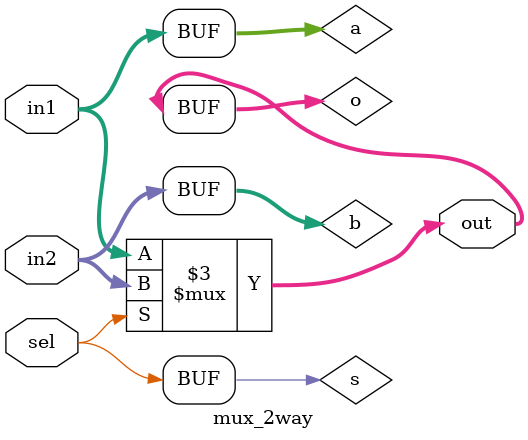
<source format=v>
`timescale 1ns / 1ps


module mux_2way #(
    parameter BIT_WIDTH = 8
)
(
    input   [BIT_WIDTH-1 : 0]   in1,
    input   [BIT_WIDTH-1 : 0]   in2,
    input                       sel,
    output  [BIT_WIDTH-1 : 0]   out
);
    
    // internal wiring and registers
    wire    [BIT_WIDTH-1 : 0]   a, b;
    wire                        s;
    reg     [BIT_WIDTH-1 : 0]   o;
    
    assign a    = in1;
    assign b    = in2;
    assign s    = sel;
    assign out  = o;
    
    // RTL design of combinational MUX
    always @(a, b, s) begin
        o <= (s == 0)? a : b;
    end
endmodule

</source>
